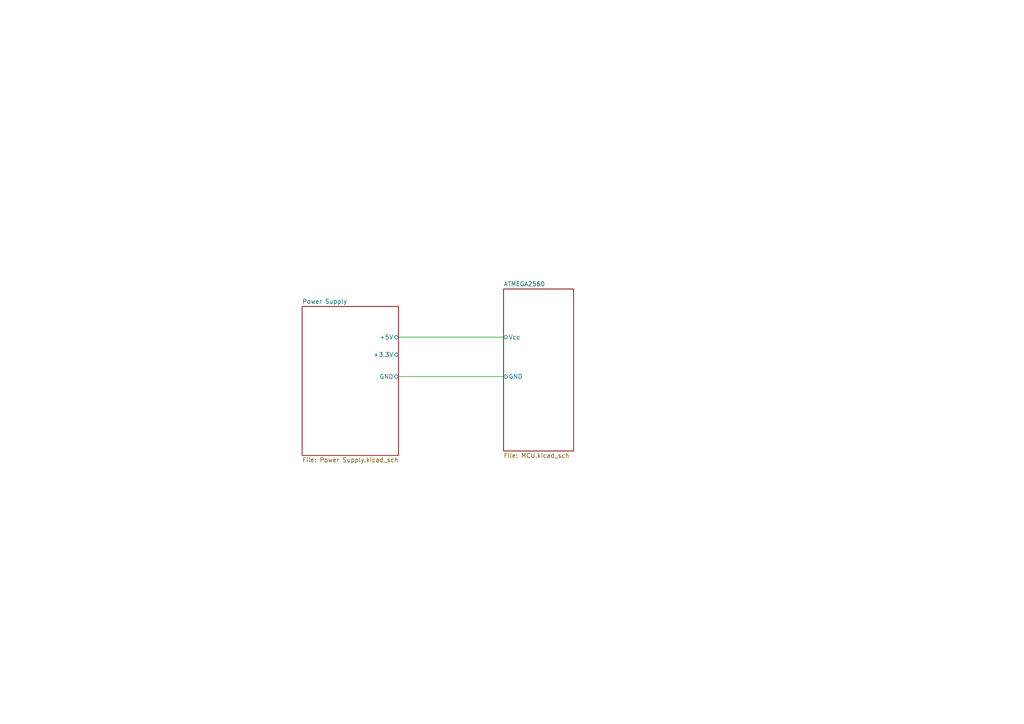
<source format=kicad_sch>
(kicad_sch (version 20230121) (generator eeschema)

  (uuid 9962467c-5981-4f6d-a8e0-b5534b13e1af)

  (paper "A4")

  (lib_symbols
  )


  (wire (pts (xy 115.57 97.79) (xy 146.05 97.79))
    (stroke (width 0) (type default))
    (uuid 4e49023e-96b3-4bfc-ac77-63dd8b4b5ad8)
  )
  (wire (pts (xy 115.57 109.22) (xy 146.05 109.22))
    (stroke (width 0) (type default))
    (uuid 6efd289f-9225-4db6-a956-1e074f6021fe)
  )

  (sheet (at 87.63 88.9) (size 27.94 43.18) (fields_autoplaced)
    (stroke (width 0.1524) (type solid))
    (fill (color 0 0 0 0.0000))
    (uuid 1c63b030-1338-4c8f-b90e-7cfa0706ad96)
    (property "Sheetname" "Power Supply" (at 87.63 88.1884 0)
      (effects (font (size 1.27 1.27)) (justify left bottom))
    )
    (property "Sheetfile" "Power Supply.kicad_sch" (at 87.63 132.6646 0)
      (effects (font (size 1.27 1.27)) (justify left top))
    )
    (pin "+5V" bidirectional (at 115.57 97.79 0)
      (effects (font (size 1.27 1.27)) (justify right))
      (uuid b5efab22-390b-4aff-8846-5f2d014f77d9)
    )
    (pin "GND" bidirectional (at 115.57 109.22 0)
      (effects (font (size 1.27 1.27)) (justify right))
      (uuid d85acd4b-842a-46c4-ad94-cb0c495c6bdc)
    )
    (pin "+3.3V" bidirectional (at 115.57 102.87 0)
      (effects (font (size 1.27 1.27)) (justify right))
      (uuid adfb3f49-5f94-494c-bbd8-a9431930a13e)
    )
    (instances
      (project "main"
        (path "/9962467c-5981-4f6d-a8e0-b5534b13e1af" (page "2"))
      )
    )
  )

  (sheet (at 146.05 83.82) (size 20.32 46.99) (fields_autoplaced)
    (stroke (width 0.1524) (type solid))
    (fill (color 0 0 0 0.0000))
    (uuid ba6f3c8f-e1b6-417b-bbf8-ab5ddf6d03b4)
    (property "Sheetname" "ATMEGA2560" (at 146.05 83.1084 0)
      (effects (font (size 1.27 1.27)) (justify left bottom))
    )
    (property "Sheetfile" "MCU.kicad_sch" (at 146.05 131.3946 0)
      (effects (font (size 1.27 1.27)) (justify left top))
    )
    (pin "GND" bidirectional (at 146.05 109.22 180)
      (effects (font (size 1.27 1.27)) (justify left))
      (uuid a00fa262-ada7-4011-ba91-aade8ef984c0)
    )
    (pin "Vcc" bidirectional (at 146.05 97.79 180)
      (effects (font (size 1.27 1.27)) (justify left))
      (uuid 2a6e79ec-3264-428f-a6c5-063129c4136e)
    )
    (instances
      (project "main"
        (path "/9962467c-5981-4f6d-a8e0-b5534b13e1af" (page "3"))
      )
    )
  )

  (sheet_instances
    (path "/" (page "1"))
  )
)

</source>
